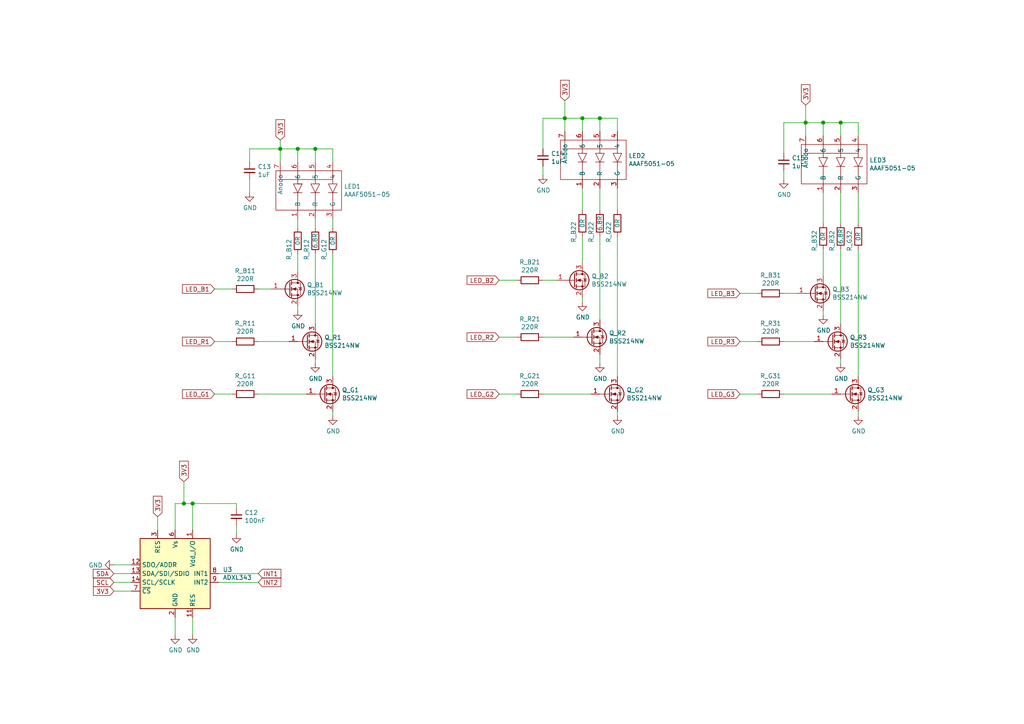
<source format=kicad_sch>
(kicad_sch (version 20210406) (generator eeschema)
  (paper "A4")
  (lib_symbols
    (symbol "Device:C_Small" (pin_numbers hide) (pin_names (offset 0.254) hide)
      (property "Reference" "C" (at 0.254 1.778 0))
      (property "Value" "C_Small" (at 0.254 -2.032 0))
      (symbol "C_Small_0_1"
        (polyline (pts (xy -1.524 -0.508) (xy 1.524 -0.508)) (stroke (width 0.3302)))
        (polyline (pts (xy -1.524 0.508) (xy 1.524 0.508)) (stroke (width 0.3048)))
      )
      (symbol "C_Small_1_1"
        (pin passive line (at 0 2.54 270) (length 2.032) (name "~") (number "1"))
        (pin passive line (at 0 -2.54 90) (length 2.032) (name "~") (number "2"))
      )
    )
    (symbol "Device:R" (pin_numbers hide) (pin_names (offset 0))
      (property "Reference" "R" (at 2.032 0 90))
      (property "Value" "R" (at 0 0 90))
      (symbol "R_0_1"
        (rectangle (start -1.016 -2.54) (end 1.016 2.54) (stroke (width 0.254)))
      )
      (symbol "R_1_1"
        (pin passive line (at 0 3.81 270) (length 1.27) (name "~") (number "1"))
        (pin passive line (at 0 -3.81 90) (length 1.27) (name "~") (number "2"))
      )
    )
    (symbol "ESP_lamp:AAAF5051-05" (pin_names (offset 1.016))
      (property "Reference" "U" (at -5.08 11.43 0))
      (property "Value" "AAAF5051-05" (at 0 8.89 0))
      (symbol "AAAF5051-05_0_1"
        (rectangle (start -6.35 7.62) (end 5.08 -11.43))
        (polyline (pts (xy -6.35 0) (xy -3.81 0)))
        (polyline (pts (xy 0 -6.35) (xy 0 -5.08)))
        (polyline (pts (xy 0 0) (xy 5.08 0)))
        (polyline (pts (xy 0 1.27) (xy 0 -1.27)))
        (polyline (pts (xy 0 5.08) (xy 5.08 5.08)))
        (polyline (pts (xy 0 6.35) (xy 0 3.81)))
        (polyline (pts (xy -6.35 -5.08) (xy -5.08 -5.08) (xy -3.81 -5.08)))
        (polyline (pts (xy -2.54 -3.81) (xy -2.54 -6.35) (xy 0 -5.08)))
        (polyline (pts (xy 0 -3.81) (xy 0 -5.08) (xy 5.08 -5.08)))
        (polyline (pts (xy -3.81 -5.08) (xy -2.54 -5.08) (xy -2.54 -3.81) (xy 0 -5.08)))
        (polyline (pts (xy -6.35 5.08) (xy -3.81 5.08) (xy -3.81 -5.08) (xy -3.81 -10.16) (xy -6.35 -10.16)))
        (polyline (pts (xy -3.81 0) (xy -2.54 0) (xy -2.54 1.27) (xy 0 0) (xy -2.54 -1.27) (xy -2.54 0)))
        (polyline (pts (xy -3.81 5.08) (xy -2.54 5.08) (xy -2.54 3.81) (xy 0 5.08) (xy -2.54 6.35) (xy -2.54 5.08)))
      )
      (symbol "AAAF5051-05_1_1"
        (pin input line (at 7.62 -5.08 180) (length 2.54) (name "B") (number "1"))
        (pin input line (at 7.62 0 180) (length 2.54) (name "R") (number "2"))
        (pin input line (at 7.62 5.08 180) (length 2.54) (name "G") (number "3"))
        (pin input line (at -8.89 5.08 0) (length 2.54) (name "4") (number "4"))
        (pin input line (at -8.89 0 0) (length 2.54) (name "5") (number "5"))
        (pin input line (at -8.89 -5.08 0) (length 2.54) (name "6") (number "6"))
        (pin input line (at -8.89 -10.16 0) (length 2.54) (name "Anodo") (number "7"))
      )
    )
    (symbol "Sensor_Motion:ADXL343"
      (property "Reference" "U" (at -8.89 11.43 0))
      (property "Value" "ADXL343" (at -7.62 -11.43 0))
      (symbol "ADXL343_0_1"
        (rectangle (start -10.16 10.16) (end 10.16 -10.16) (stroke (width 0.254)) (fill (type background)))
      )
      (symbol "ADXL343_1_1"
        (pin power_in line (at 5.08 12.7 270) (length 2.54) (name "Vdd_I/O") (number "1"))
        (pin no_connect line (at -5.08 -10.16 90) (length 2.54) hide (name "NC") (number "10"))
        (pin passive line (at 5.08 -12.7 90) (length 2.54) (name "RES") (number "11"))
        (pin bidirectional line (at -12.7 2.54 0) (length 2.54) (name "SDO/ADDR") (number "12"))
        (pin bidirectional line (at -12.7 0 0) (length 2.54) (name "SDA/SDI/SDIO") (number "13"))
        (pin input line (at -12.7 -2.54 0) (length 2.54) (name "SCL/SCLK") (number "14"))
        (pin power_in line (at 0 -12.7 90) (length 2.54) (name "GND") (number "2"))
        (pin passive line (at -5.08 12.7 270) (length 2.54) (name "RES") (number "3"))
        (pin passive line (at 0 -12.7 90) (length 2.54) hide (name "GND") (number "4"))
        (pin passive line (at 0 -12.7 90) (length 2.54) hide (name "GND") (number "5"))
        (pin power_in line (at 0 12.7 270) (length 2.54) (name "Vs") (number "6"))
        (pin input line (at -12.7 -5.08 0) (length 2.54) (name "~CS") (number "7"))
        (pin output line (at 12.7 0 180) (length 2.54) (name "INT1") (number "8"))
        (pin output line (at 12.7 -2.54 180) (length 2.54) (name "INT2") (number "9"))
      )
    )
    (symbol "Transistor_FET:BSS214NW" (pin_names hide)
      (property "Reference" "Q" (at 5.08 1.905 0))
      (property "Value" "BSS214NW" (at 5.08 0 0))
      (symbol "BSS214NW_0_1"
        (circle (center 1.651 0) (radius 2.794) (stroke (width 0.254)))
        (circle (center 2.54 -1.778) (radius 0.254) (fill (type outline)))
        (circle (center 2.54 1.778) (radius 0.254) (fill (type outline)))
        (polyline (pts (xy 0.254 0) (xy -2.54 0)))
        (polyline (pts (xy 0.254 1.905) (xy 0.254 -1.905)) (stroke (width 0.254)))
        (polyline (pts (xy 0.762 -1.27) (xy 0.762 -2.286)) (stroke (width 0.254)))
        (polyline (pts (xy 0.762 0.508) (xy 0.762 -0.508)) (stroke (width 0.254)))
        (polyline (pts (xy 0.762 2.286) (xy 0.762 1.27)) (stroke (width 0.254)))
        (polyline (pts (xy 2.54 2.54) (xy 2.54 1.778)))
        (polyline (pts (xy 2.54 -2.54) (xy 2.54 0) (xy 0.762 0)))
        (polyline (pts (xy 0.762 -1.778) (xy 3.302 -1.778) (xy 3.302 1.778) (xy 0.762 1.778)))
        (polyline (pts (xy 2.794 0.508) (xy 2.921 0.381) (xy 3.683 0.381) (xy 3.81 0.254)))
        (polyline (pts (xy 3.302 0.381) (xy 2.921 -0.254) (xy 3.683 -0.254) (xy 3.302 0.381)))
        (polyline (pts (xy 1.016 0) (xy 2.032 0.381) (xy 2.032 -0.381) (xy 1.016 0)) (fill (type outline)))
      )
      (symbol "BSS214NW_1_1"
        (pin input line (at -5.08 0 0) (length 2.54) (name "G") (number "1"))
        (pin passive line (at 2.54 -5.08 90) (length 2.54) (name "S") (number "2"))
        (pin passive line (at 2.54 5.08 270) (length 2.54) (name "D") (number "3"))
      )
    )
    (symbol "power:GND" (power) (pin_names (offset 0))
      (property "Value" "GND" (at 0 -3.81 0))
      (symbol "GND_0_1"
        (polyline (pts (xy 0 0) (xy 0 -1.27) (xy 1.27 -1.27) (xy 0 -2.54) (xy -1.27 -1.27) (xy 0 -1.27)))
      )
      (symbol "GND_1_1"
        (pin power_in line (at 0 0 270) (length 0) hide (name "GND") (number "1"))
      )
    )
  )
  (junction (at 53.34 146.05) (diameter 1.016))
  (junction (at 55.88 146.05) (diameter 1.016))
  (junction (at 81.28 43.18) (diameter 1.016))
  (junction (at 86.36 43.18) (diameter 1.016))
  (junction (at 91.44 43.18) (diameter 1.016))
  (junction (at 163.83 34.29) (diameter 1.016))
  (junction (at 168.91 34.29) (diameter 1.016))
  (junction (at 173.99 34.29) (diameter 1.016))
  (junction (at 233.68 35.56) (diameter 1.016))
  (junction (at 238.76 35.56) (diameter 1.016))
  (junction (at 243.84 35.56) (diameter 1.016))
  (wire (pts (xy 33.02 163.83) (xy 38.1 163.83)))
  (wire (pts (xy 38.1 166.37) (xy 33.02 166.37)))
  (wire (pts (xy 38.1 168.91) (xy 33.02 168.91)))
  (wire (pts (xy 38.1 171.45) (xy 33.02 171.45)))
  (wire (pts (xy 45.72 153.67) (xy 45.72 149.86)))
  (wire (pts (xy 50.8 146.05) (xy 53.34 146.05)))
  (wire (pts (xy 50.8 153.67) (xy 50.8 146.05)))
  (wire (pts (xy 50.8 179.07) (xy 50.8 184.15)))
  (wire (pts (xy 53.34 139.7) (xy 53.34 146.05)))
  (wire (pts (xy 53.34 146.05) (xy 55.88 146.05)))
  (wire (pts (xy 55.88 146.05) (xy 55.88 153.67)))
  (wire (pts (xy 55.88 179.07) (xy 55.88 184.15)))
  (wire (pts (xy 62.23 114.3) (xy 67.31 114.3)))
  (wire (pts (xy 63.5 166.37) (xy 74.93 166.37)))
  (wire (pts (xy 63.5 168.91) (xy 74.93 168.91)))
  (wire (pts (xy 67.31 83.82) (xy 62.23 83.82)))
  (wire (pts (xy 67.31 99.06) (xy 62.23 99.06)))
  (wire (pts (xy 68.58 146.05) (xy 55.88 146.05)))
  (wire (pts (xy 68.58 147.32) (xy 68.58 146.05)))
  (wire (pts (xy 68.58 154.94) (xy 68.58 152.4)))
  (wire (pts (xy 72.39 43.18) (xy 81.28 43.18)))
  (wire (pts (xy 72.39 46.99) (xy 72.39 43.18)))
  (wire (pts (xy 72.39 55.88) (xy 72.39 52.07)))
  (wire (pts (xy 74.93 83.82) (xy 78.74 83.82)))
  (wire (pts (xy 74.93 99.06) (xy 83.82 99.06)))
  (wire (pts (xy 74.93 114.3) (xy 88.9 114.3)))
  (wire (pts (xy 81.28 40.64) (xy 81.28 43.18)))
  (wire (pts (xy 81.28 43.18) (xy 86.36 43.18)))
  (wire (pts (xy 81.28 46.99) (xy 81.28 43.18)))
  (wire (pts (xy 86.36 43.18) (xy 91.44 43.18)))
  (wire (pts (xy 86.36 46.99) (xy 86.36 43.18)))
  (wire (pts (xy 86.36 63.5) (xy 86.36 66.04)))
  (wire (pts (xy 86.36 73.66) (xy 86.36 78.74)))
  (wire (pts (xy 86.36 88.9) (xy 86.36 90.17)))
  (wire (pts (xy 91.44 46.99) (xy 91.44 43.18)))
  (wire (pts (xy 91.44 66.04) (xy 91.44 63.5)))
  (wire (pts (xy 91.44 73.66) (xy 91.44 93.98)))
  (wire (pts (xy 91.44 105.41) (xy 91.44 104.14)))
  (wire (pts (xy 96.52 43.18) (xy 91.44 43.18)))
  (wire (pts (xy 96.52 43.18) (xy 96.52 46.99)))
  (wire (pts (xy 96.52 63.5) (xy 96.52 66.04)))
  (wire (pts (xy 96.52 73.66) (xy 96.52 109.22)))
  (wire (pts (xy 96.52 120.65) (xy 96.52 119.38)))
  (wire (pts (xy 144.78 81.28) (xy 149.86 81.28)))
  (wire (pts (xy 144.78 97.79) (xy 149.86 97.79)))
  (wire (pts (xy 144.78 114.3) (xy 149.86 114.3)))
  (wire (pts (xy 157.48 34.29) (xy 163.83 34.29)))
  (wire (pts (xy 157.48 43.18) (xy 157.48 34.29)))
  (wire (pts (xy 157.48 50.8) (xy 157.48 48.26)))
  (wire (pts (xy 157.48 81.28) (xy 161.29 81.28)))
  (wire (pts (xy 157.48 97.79) (xy 166.37 97.79)))
  (wire (pts (xy 157.48 114.3) (xy 171.45 114.3)))
  (wire (pts (xy 163.83 29.21) (xy 163.83 34.29)))
  (wire (pts (xy 163.83 38.1) (xy 163.83 34.29)))
  (wire (pts (xy 168.91 34.29) (xy 163.83 34.29)))
  (wire (pts (xy 168.91 38.1) (xy 168.91 34.29)))
  (wire (pts (xy 168.91 54.61) (xy 168.91 60.96)))
  (wire (pts (xy 168.91 68.58) (xy 168.91 76.2)))
  (wire (pts (xy 168.91 87.63) (xy 168.91 86.36)))
  (wire (pts (xy 173.99 34.29) (xy 168.91 34.29)))
  (wire (pts (xy 173.99 38.1) (xy 173.99 34.29)))
  (wire (pts (xy 173.99 54.61) (xy 173.99 60.96)))
  (wire (pts (xy 173.99 68.58) (xy 173.99 92.71)))
  (wire (pts (xy 173.99 105.41) (xy 173.99 102.87)))
  (wire (pts (xy 179.07 34.29) (xy 173.99 34.29)))
  (wire (pts (xy 179.07 38.1) (xy 179.07 34.29)))
  (wire (pts (xy 179.07 54.61) (xy 179.07 60.96)))
  (wire (pts (xy 179.07 68.58) (xy 179.07 109.22)))
  (wire (pts (xy 179.07 120.65) (xy 179.07 119.38)))
  (wire (pts (xy 214.63 85.09) (xy 219.71 85.09)))
  (wire (pts (xy 214.63 99.06) (xy 219.71 99.06)))
  (wire (pts (xy 214.63 114.3) (xy 219.71 114.3)))
  (wire (pts (xy 227.33 35.56) (xy 233.68 35.56)))
  (wire (pts (xy 227.33 44.45) (xy 227.33 35.56)))
  (wire (pts (xy 227.33 49.53) (xy 227.33 52.07)))
  (wire (pts (xy 227.33 85.09) (xy 231.14 85.09)))
  (wire (pts (xy 227.33 99.06) (xy 236.22 99.06)))
  (wire (pts (xy 227.33 114.3) (xy 241.3 114.3)))
  (wire (pts (xy 233.68 30.48) (xy 233.68 35.56)))
  (wire (pts (xy 233.68 35.56) (xy 233.68 39.37)))
  (wire (pts (xy 238.76 35.56) (xy 233.68 35.56)))
  (wire (pts (xy 238.76 35.56) (xy 238.76 39.37)))
  (wire (pts (xy 238.76 55.88) (xy 238.76 64.77)))
  (wire (pts (xy 238.76 72.39) (xy 238.76 80.01)))
  (wire (pts (xy 238.76 91.44) (xy 238.76 90.17)))
  (wire (pts (xy 243.84 35.56) (xy 238.76 35.56)))
  (wire (pts (xy 243.84 39.37) (xy 243.84 35.56)))
  (wire (pts (xy 243.84 55.88) (xy 243.84 64.77)))
  (wire (pts (xy 243.84 72.39) (xy 243.84 93.98)))
  (wire (pts (xy 243.84 105.41) (xy 243.84 104.14)))
  (wire (pts (xy 248.92 35.56) (xy 243.84 35.56)))
  (wire (pts (xy 248.92 39.37) (xy 248.92 35.56)))
  (wire (pts (xy 248.92 55.88) (xy 248.92 64.77)))
  (wire (pts (xy 248.92 72.39) (xy 248.92 109.22)))
  (wire (pts (xy 248.92 120.65) (xy 248.92 119.38)))
  (global_label "SDA" (shape input) (at 33.02 166.37 180) (property "Intersheet References" "${INTERSHEET_REFS}" (effects hide)))
  (global_label "SCL" (shape input) (at 33.02 168.91 180) (property "Intersheet References" "${INTERSHEET_REFS}" (effects hide)))
  (global_label "3V3" (shape input) (at 33.02 171.45 180) (property "Intersheet References" "${INTERSHEET_REFS}" (effects hide)))
  (global_label "3V3" (shape input) (at 45.72 149.86 90) (property "Intersheet References" "${INTERSHEET_REFS}" (effects hide)))
  (global_label "3V3" (shape input) (at 53.34 139.7 90) (property "Intersheet References" "${INTERSHEET_REFS}" (effects hide)))
  (global_label "LED_B1" (shape input) (at 62.23 83.82 180) (property "Intersheet References" "${INTERSHEET_REFS}" (effects hide)))
  (global_label "LED_R1" (shape input) (at 62.23 99.06 180) (property "Intersheet References" "${INTERSHEET_REFS}" (effects hide)))
  (global_label "LED_G1" (shape input) (at 62.23 114.3 180) (property "Intersheet References" "${INTERSHEET_REFS}" (effects hide)))
  (global_label "INT1" (shape input) (at 74.93 166.37 0) (property "Intersheet References" "${INTERSHEET_REFS}" (effects hide)))
  (global_label "INT2" (shape input) (at 74.93 168.91 0) (property "Intersheet References" "${INTERSHEET_REFS}" (effects hide)))
  (global_label "3V3" (shape input) (at 81.28 40.64 90) (property "Intersheet References" "${INTERSHEET_REFS}" (effects hide)))
  (global_label "LED_B2" (shape input) (at 144.78 81.28 180) (property "Intersheet References" "${INTERSHEET_REFS}" (effects hide)))
  (global_label "LED_R2" (shape input) (at 144.78 97.79 180) (property "Intersheet References" "${INTERSHEET_REFS}" (effects hide)))
  (global_label "LED_G2" (shape input) (at 144.78 114.3 180) (property "Intersheet References" "${INTERSHEET_REFS}" (effects hide)))
  (global_label "3V3" (shape input) (at 163.83 29.21 90) (property "Intersheet References" "${INTERSHEET_REFS}" (effects hide)))
  (global_label "LED_B3" (shape input) (at 214.63 85.09 180) (property "Intersheet References" "${INTERSHEET_REFS}" (effects hide)))
  (global_label "LED_R3" (shape input) (at 214.63 99.06 180) (property "Intersheet References" "${INTERSHEET_REFS}" (effects hide)))
  (global_label "LED_G3" (shape input) (at 214.63 114.3 180) (property "Intersheet References" "${INTERSHEET_REFS}" (effects hide)))
  (global_label "3V3" (shape input) (at 233.68 30.48 90) (property "Intersheet References" "${INTERSHEET_REFS}" (effects hide)))
  (symbol (lib_id "power:GND") (at 33.02 163.83 270) (unit 1)
    (property "Reference" "#PWR015" (effects hide))
    (property "Value" "GND" (at 29.7688 163.957 90) (effects (justify right)))
  )
  (symbol (lib_id "power:GND") (at 50.8 184.15 0) (unit 1)
    (property "Reference" "#PWR016" (effects hide))
    (property "Value" "GND" (at 50.927 188.5442 0))
  )
  (symbol (lib_id "power:GND") (at 55.88 184.15 0) (unit 1)
    (property "Reference" "#PWR017" (effects hide))
    (property "Value" "GND" (at 56.007 188.5442 0))
  )
  (symbol (lib_id "power:GND") (at 68.58 154.94 0) (unit 1)
    (property "Reference" "#PWR027" (effects hide))
    (property "Value" "GND" (at 68.707 159.3342 0))
  )
  (symbol (lib_id "power:GND") (at 72.39 55.88 0) (unit 1)
    (property "Reference" "#PWR0101" (effects hide))
    (property "Value" "GND" (at 72.517 60.2742 0))
  )
  (symbol (lib_id "power:GND") (at 86.36 90.17 0) (unit 1)
    (property "Reference" "#PWR018" (effects hide))
    (property "Value" "GND" (at 86.487 94.5642 0))
  )
  (symbol (lib_id "power:GND") (at 91.44 105.41 0) (unit 1)
    (property "Reference" "#PWR019" (effects hide))
    (property "Value" "GND" (at 91.567 109.8042 0))
  )
  (symbol (lib_id "power:GND") (at 96.52 120.65 0) (unit 1)
    (property "Reference" "#PWR020" (effects hide))
    (property "Value" "GND" (at 96.647 125.0442 0))
  )
  (symbol (lib_id "power:GND") (at 157.48 50.8 0) (unit 1)
    (property "Reference" "#PWR0102" (effects hide))
    (property "Value" "GND" (at 157.607 55.1942 0))
  )
  (symbol (lib_id "power:GND") (at 168.91 87.63 0) (unit 1)
    (property "Reference" "#PWR021" (effects hide))
    (property "Value" "GND" (at 169.037 92.0242 0))
  )
  (symbol (lib_id "power:GND") (at 173.99 105.41 0) (unit 1)
    (property "Reference" "#PWR022" (effects hide))
    (property "Value" "GND" (at 174.117 109.8042 0))
  )
  (symbol (lib_id "power:GND") (at 179.07 120.65 0) (unit 1)
    (property "Reference" "#PWR023" (effects hide))
    (property "Value" "GND" (at 179.197 125.0442 0))
  )
  (symbol (lib_id "power:GND") (at 227.33 52.07 0) (unit 1)
    (property "Reference" "#PWR0103" (effects hide))
    (property "Value" "GND" (at 227.457 56.4642 0))
  )
  (symbol (lib_id "power:GND") (at 238.76 91.44 0) (unit 1)
    (property "Reference" "#PWR024" (effects hide))
    (property "Value" "GND" (at 238.887 95.8342 0))
  )
  (symbol (lib_id "power:GND") (at 243.84 105.41 0) (unit 1)
    (property "Reference" "#PWR025" (effects hide))
    (property "Value" "GND" (at 243.967 109.8042 0))
  )
  (symbol (lib_id "power:GND") (at 248.92 120.65 0) (unit 1)
    (property "Reference" "#PWR026" (effects hide))
    (property "Value" "GND" (at 249.047 125.0442 0))
  )
  (symbol (lib_id "Device:R") (at 71.12 83.82 270) (unit 1)
    (property "Reference" "R_B11" (at 71.12 78.5622 90))
    (property "Value" "220R" (at 71.12 80.8736 90))
    (property "Footprint" "Resistor_SMD:R_1206_3216Metric" (effects hide))
  )
  (symbol (lib_id "Device:R") (at 71.12 99.06 270) (unit 1)
    (property "Reference" "R_R11" (at 71.12 93.8022 90))
    (property "Value" "220R" (at 71.12 96.1136 90))
    (property "Footprint" "Resistor_SMD:R_1206_3216Metric" (effects hide))
  )
  (symbol (lib_id "Device:R") (at 71.12 114.3 270) (unit 1)
    (property "Reference" "R_G11" (at 71.12 109.0422 90))
    (property "Value" "220R" (at 71.12 111.3536 90))
    (property "Footprint" "Resistor_SMD:R_1206_3216Metric" (effects hide))
  )
  (symbol (lib_id "Device:R") (at 86.36 69.85 180) (unit 1)
    (property "Reference" "R_B12" (at 83.82 72.39 90))
    (property "Value" "0R" (at 86.36 69.85 90))
    (property "Footprint" "Resistor_SMD:R_1206_3216Metric" (effects hide))
  )
  (symbol (lib_id "Device:R") (at 91.44 69.85 180) (unit 1)
    (property "Reference" "R_R12" (at 88.9 72.39 90))
    (property "Value" "6.8R" (at 91.44 69.85 90))
    (property "Footprint" "Resistor_SMD:R_1206_3216Metric" (effects hide))
    (property "MPN" "SG73P2BTTD6R8J" (effects hide))
    (property "PD" "500mW" (effects hide))
  )
  (symbol (lib_id "Device:R") (at 96.52 69.85 180) (unit 1)
    (property "Reference" "R_G12" (at 93.98 72.39 90))
    (property "Value" "0R" (at 96.52 69.85 90))
    (property "Footprint" "Resistor_SMD:R_1206_3216Metric" (effects hide))
  )
  (symbol (lib_id "Device:R") (at 153.67 81.28 270) (unit 1)
    (property "Reference" "R_B21" (at 153.67 76.0222 90))
    (property "Value" "220R" (at 153.67 78.3336 90))
    (property "Footprint" "Resistor_SMD:R_1206_3216Metric" (effects hide))
  )
  (symbol (lib_id "Device:R") (at 153.67 97.79 270) (unit 1)
    (property "Reference" "R_R21" (at 153.67 92.5322 90))
    (property "Value" "220R" (at 153.67 94.8436 90))
    (property "Footprint" "Resistor_SMD:R_1206_3216Metric" (effects hide))
  )
  (symbol (lib_id "Device:R") (at 153.67 114.3 270) (unit 1)
    (property "Reference" "R_G21" (at 153.67 109.0422 90))
    (property "Value" "220R" (at 153.67 111.3536 90))
    (property "Footprint" "Resistor_SMD:R_1206_3216Metric" (effects hide))
  )
  (symbol (lib_id "Device:R") (at 168.91 64.77 180) (unit 1)
    (property "Reference" "R_B22" (at 166.37 67.31 90))
    (property "Value" "0R" (at 168.91 64.77 90))
    (property "Footprint" "Resistor_SMD:R_1206_3216Metric" (effects hide))
  )
  (symbol (lib_id "Device:R") (at 173.99 64.77 180) (unit 1)
    (property "Reference" "R_R22" (at 171.45 67.31 90))
    (property "Value" "6.8R" (at 173.99 64.77 90))
    (property "Footprint" "Resistor_SMD:R_1206_3216Metric" (effects hide))
    (property "MPN" "SG73P2BTTD6R8J" (effects hide))
    (property "PD" "500mW" (effects hide))
  )
  (symbol (lib_id "Device:R") (at 179.07 64.77 180) (unit 1)
    (property "Reference" "R_G22" (at 176.53 67.31 90))
    (property "Value" "0R" (at 179.07 64.77 90))
    (property "Footprint" "Resistor_SMD:R_1206_3216Metric" (effects hide))
  )
  (symbol (lib_id "Device:R") (at 223.52 85.09 270) (unit 1)
    (property "Reference" "R_B31" (at 223.52 79.8322 90))
    (property "Value" "220R" (at 223.52 82.1436 90))
    (property "Footprint" "Resistor_SMD:R_1206_3216Metric" (effects hide))
  )
  (symbol (lib_id "Device:R") (at 223.52 99.06 270) (unit 1)
    (property "Reference" "R_R31" (at 223.52 93.8022 90))
    (property "Value" "220R" (at 223.52 96.1136 90))
    (property "Footprint" "Resistor_SMD:R_1206_3216Metric" (effects hide))
  )
  (symbol (lib_id "Device:R") (at 223.52 114.3 270) (unit 1)
    (property "Reference" "R_G31" (at 223.52 109.0422 90))
    (property "Value" "220R" (at 223.52 111.3536 90))
    (property "Footprint" "Resistor_SMD:R_1206_3216Metric" (effects hide))
  )
  (symbol (lib_id "Device:R") (at 238.76 68.58 180) (unit 1)
    (property "Reference" "R_B32" (at 236.22 69.85 90))
    (property "Value" "0R" (at 238.76 68.58 90))
    (property "Footprint" "Resistor_SMD:R_1206_3216Metric" (effects hide))
  )
  (symbol (lib_id "Device:R") (at 243.84 68.58 180) (unit 1)
    (property "Reference" "R_R32" (at 241.3 69.85 90))
    (property "Value" "6.8R" (at 243.84 68.58 90))
    (property "Footprint" "Resistor_SMD:R_1206_3216Metric" (effects hide))
    (property "MPN" "SG73P2BTTD6R8J" (effects hide))
    (property "PD" "500mW" (effects hide))
  )
  (symbol (lib_id "Device:R") (at 248.92 68.58 180) (unit 1)
    (property "Reference" "R_G32" (at 246.38 69.85 90))
    (property "Value" "0R" (at 248.92 68.58 90))
    (property "Footprint" "Resistor_SMD:R_1206_3216Metric" (effects hide))
  )
  (symbol (lib_id "Device:C_Small") (at 68.58 149.86 0) (unit 1)
    (property "Reference" "C12" (at 70.9168 148.6916 0) (effects (justify left)))
    (property "Value" "100nF" (at 70.9168 151.003 0) (effects (justify left)))
    (property "Footprint" "Capacitor_SMD:C_1206_3216Metric" (effects hide))
  )
  (symbol (lib_id "Device:C_Small") (at 72.39 49.53 0) (unit 1)
    (property "Reference" "C13" (at 74.7268 48.3616 0) (effects (justify left)))
    (property "Value" "1uF" (at 74.7268 50.673 0) (effects (justify left)))
    (property "Footprint" "Capacitor_SMD:C_1206_3216Metric" (effects hide))
  )
  (symbol (lib_id "Device:C_Small") (at 157.48 45.72 0) (unit 1)
    (property "Reference" "C14" (at 159.8168 44.5516 0) (effects (justify left)))
    (property "Value" "1uF" (at 159.8168 46.863 0) (effects (justify left)))
    (property "Footprint" "Capacitor_SMD:C_1206_3216Metric" (effects hide))
  )
  (symbol (lib_id "Device:C_Small") (at 227.33 46.99 0) (unit 1)
    (property "Reference" "C15" (at 229.6668 45.8216 0) (effects (justify left)))
    (property "Value" "1uF" (at 229.6668 48.133 0) (effects (justify left)))
    (property "Footprint" "Capacitor_SMD:C_1206_3216Metric" (effects hide))
  )
  (symbol (lib_id "Transistor_FET:BSS214NW") (at 83.82 83.82 0) (unit 1)
    (property "Reference" "Q_B1" (at 89.0016 82.6516 0) (effects (justify left)))
    (property "Value" "BSS214NW" (at 89.0016 84.963 0) (effects (justify left)))
    (property "Footprint" "Package_TO_SOT_SMD:SOT-323_SC-70" (effects hide))
    (property "Datasheet" "https://www.infineon.com/dgdl/Infineon-BSS214NW-DS-v02_02-en.pdf?fileId=db3a30431b3e89eb011b695aebc01bde" (effects hide))
    (property "MPN" "BSS214NWH6327XTSA1" (effects hide))
  )
  (symbol (lib_id "Transistor_FET:BSS214NW") (at 88.9 99.06 0) (unit 1)
    (property "Reference" "Q_R1" (at 94.0816 97.8916 0) (effects (justify left)))
    (property "Value" "BSS214NW" (at 94.0816 100.203 0) (effects (justify left)))
    (property "Footprint" "Package_TO_SOT_SMD:SOT-323_SC-70" (effects hide))
    (property "Datasheet" "https://www.infineon.com/dgdl/Infineon-BSS214NW-DS-v02_02-en.pdf?fileId=db3a30431b3e89eb011b695aebc01bde" (effects hide))
    (property "MPN" "BSS214NWH6327XTSA1" (effects hide))
  )
  (symbol (lib_id "Transistor_FET:BSS214NW") (at 93.98 114.3 0) (unit 1)
    (property "Reference" "Q_G1" (at 99.1616 113.1316 0) (effects (justify left)))
    (property "Value" "BSS214NW" (at 99.1616 115.443 0) (effects (justify left)))
    (property "Footprint" "Package_TO_SOT_SMD:SOT-323_SC-70" (effects hide))
    (property "Datasheet" "https://www.infineon.com/dgdl/Infineon-BSS214NW-DS-v02_02-en.pdf?fileId=db3a30431b3e89eb011b695aebc01bde" (effects hide))
    (property "MPN" "BSS214NWH6327XTSA1" (effects hide))
  )
  (symbol (lib_id "Transistor_FET:BSS214NW") (at 166.37 81.28 0) (unit 1)
    (property "Reference" "Q_B2" (at 171.5516 80.1116 0) (effects (justify left)))
    (property "Value" "BSS214NW" (at 171.5516 82.423 0) (effects (justify left)))
    (property "Footprint" "Package_TO_SOT_SMD:SOT-323_SC-70" (effects hide))
    (property "Datasheet" "https://www.infineon.com/dgdl/Infineon-BSS214NW-DS-v02_02-en.pdf?fileId=db3a30431b3e89eb011b695aebc01bde" (effects hide))
    (property "MPN" "BSS214NWH6327XTSA1" (effects hide))
  )
  (symbol (lib_id "Transistor_FET:BSS214NW") (at 171.45 97.79 0) (unit 1)
    (property "Reference" "Q_R2" (at 176.6316 96.6216 0) (effects (justify left)))
    (property "Value" "BSS214NW" (at 176.6316 98.933 0) (effects (justify left)))
    (property "Footprint" "Package_TO_SOT_SMD:SOT-323_SC-70" (effects hide))
    (property "Datasheet" "https://www.infineon.com/dgdl/Infineon-BSS214NW-DS-v02_02-en.pdf?fileId=db3a30431b3e89eb011b695aebc01bde" (effects hide))
    (property "MPN" "BSS214NWH6327XTSA1" (effects hide))
  )
  (symbol (lib_id "Transistor_FET:BSS214NW") (at 176.53 114.3 0) (unit 1)
    (property "Reference" "Q_G2" (at 181.7116 113.1316 0) (effects (justify left)))
    (property "Value" "BSS214NW" (at 181.7116 115.443 0) (effects (justify left)))
    (property "Footprint" "Package_TO_SOT_SMD:SOT-323_SC-70" (effects hide))
    (property "Datasheet" "https://www.infineon.com/dgdl/Infineon-BSS214NW-DS-v02_02-en.pdf?fileId=db3a30431b3e89eb011b695aebc01bde" (effects hide))
    (property "MPN" "BSS214NWH6327XTSA1" (effects hide))
  )
  (symbol (lib_id "Transistor_FET:BSS214NW") (at 236.22 85.09 0) (unit 1)
    (property "Reference" "Q_B3" (at 241.4016 83.9216 0) (effects (justify left)))
    (property "Value" "BSS214NW" (at 241.4016 86.233 0) (effects (justify left)))
    (property "Footprint" "Package_TO_SOT_SMD:SOT-323_SC-70" (effects hide))
    (property "Datasheet" "https://www.infineon.com/dgdl/Infineon-BSS214NW-DS-v02_02-en.pdf?fileId=db3a30431b3e89eb011b695aebc01bde" (effects hide))
    (property "MPN" "BSS214NWH6327XTSA1" (effects hide))
  )
  (symbol (lib_id "Transistor_FET:BSS214NW") (at 241.3 99.06 0) (unit 1)
    (property "Reference" "Q_R3" (at 246.4816 97.8916 0) (effects (justify left)))
    (property "Value" "BSS214NW" (at 246.4816 100.203 0) (effects (justify left)))
    (property "Footprint" "Package_TO_SOT_SMD:SOT-323_SC-70" (effects hide))
    (property "Datasheet" "https://www.infineon.com/dgdl/Infineon-BSS214NW-DS-v02_02-en.pdf?fileId=db3a30431b3e89eb011b695aebc01bde" (effects hide))
    (property "MPN" "BSS214NWH6327XTSA1" (effects hide))
  )
  (symbol (lib_id "Transistor_FET:BSS214NW") (at 246.38 114.3 0) (unit 1)
    (property "Reference" "Q_G3" (at 251.5616 113.1316 0) (effects (justify left)))
    (property "Value" "BSS214NW" (at 251.5616 115.443 0) (effects (justify left)))
    (property "Footprint" "Package_TO_SOT_SMD:SOT-323_SC-70" (effects hide))
    (property "Datasheet" "https://www.infineon.com/dgdl/Infineon-BSS214NW-DS-v02_02-en.pdf?fileId=db3a30431b3e89eb011b695aebc01bde" (effects hide))
    (property "MPN" "BSS214NWH6327XTSA1" (effects hide))
  )
  (symbol (lib_id "ESP_lamp:AAAF5051-05") (at 91.44 55.88 270) (unit 1)
    (property "Reference" "LED1" (at 99.7712 54.0766 90) (effects (justify left)))
    (property "Value" "AAAF5051-05" (at 99.7712 56.388 90) (effects (justify left)))
    (property "Footprint" "ESP32_lamp:kinbright-AAAF5051-05_MOD" (effects hide))
    (property "Datasheet" "http://www.kingbrightusa.com/images/catalog/SPEC/AAAF5051-05.pdf" (effects hide))
    (property "MPN" " AAAF5051-05" (effects hide))
  )
  (symbol (lib_id "ESP_lamp:AAAF5051-05") (at 173.99 46.99 270) (unit 1)
    (property "Reference" "LED2" (at 182.3212 45.1866 90) (effects (justify left)))
    (property "Value" "AAAF5051-05" (at 182.3212 47.498 90) (effects (justify left)))
    (property "Footprint" "ESP32_lamp:kinbright-AAAF5051-05_MOD" (effects hide))
    (property "Datasheet" "http://www.kingbrightusa.com/images/catalog/SPEC/AAAF5051-05.pdf" (effects hide))
    (property "MPN" " AAAF5051-05" (effects hide))
  )
  (symbol (lib_id "ESP_lamp:AAAF5051-05") (at 243.84 48.26 270) (unit 1)
    (property "Reference" "LED3" (at 252.1712 46.4566 90) (effects (justify left)))
    (property "Value" "AAAF5051-05" (at 252.1712 48.768 90) (effects (justify left)))
    (property "Footprint" "ESP32_lamp:kinbright-AAAF5051-05_MOD" (effects hide))
    (property "Datasheet" "http://www.kingbrightusa.com/images/catalog/SPEC/AAAF5051-05.pdf" (effects hide))
    (property "MPN" " AAAF5051-05" (effects hide))
  )
  (symbol (lib_id "Sensor_Motion:ADXL343") (at 50.8 166.37 0) (unit 1)
    (property "Reference" "U3" (at 64.6176 165.2016 0) (effects (justify left)))
    (property "Value" "ADXL343" (at 64.6176 167.513 0) (effects (justify left)))
    (property "Footprint" "Package_LGA:LGA-14_3x5mm_P0.8mm_LayoutBorder1x6y" (effects hide))
    (property "Datasheet" "https://www.analog.com/media/en/technical-documentation/data-sheets/ADXL343.pdf" (effects hide))
    (property "MPN" " ADXL343BCCZ" (effects hide))
  )
)
</source>
